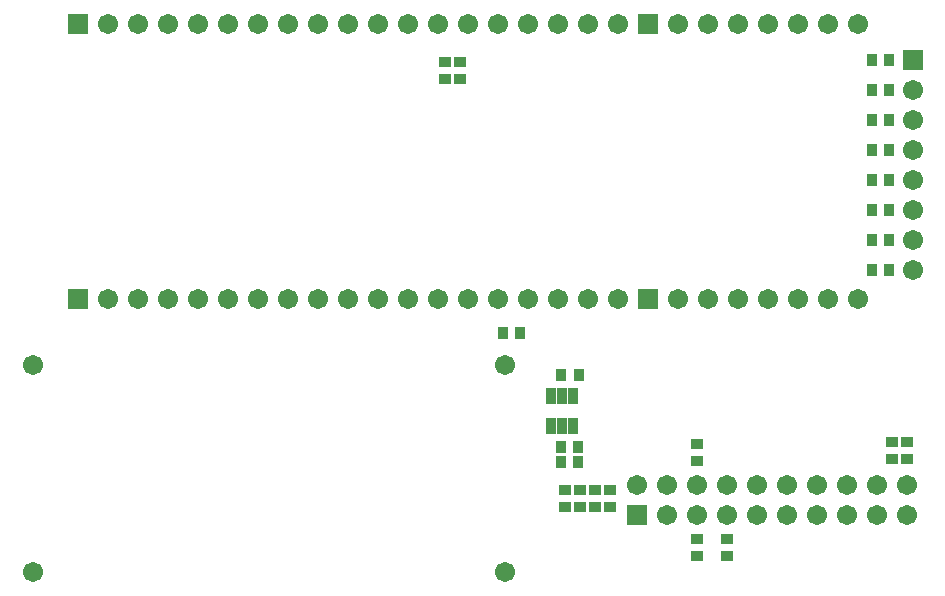
<source format=gts>
G04*
G04 #@! TF.GenerationSoftware,Altium Limited,Altium Designer,20.0.13 (296)*
G04*
G04 Layer_Color=8388736*
%FSLAX25Y25*%
%MOIN*%
G70*
G01*
G75*
%ADD18R,0.03300X0.05800*%
%ADD19R,0.03753X0.03950*%
%ADD20R,0.03950X0.03753*%
%ADD21C,0.06706*%
%ADD22R,0.06706X0.06706*%
%ADD23R,0.06706X0.06706*%
D18*
X415250Y283500D02*
D03*
X411450D02*
D03*
Y293500D02*
D03*
X415250D02*
D03*
X407750D02*
D03*
Y283500D02*
D03*
D19*
X411291Y300500D02*
D03*
X417000D02*
D03*
X397500Y314500D02*
D03*
X391791D02*
D03*
X416854Y276500D02*
D03*
X411146D02*
D03*
Y271500D02*
D03*
X416854D02*
D03*
X514791Y405500D02*
D03*
X520500D02*
D03*
Y395500D02*
D03*
X514791D02*
D03*
Y385500D02*
D03*
X520500D02*
D03*
Y375500D02*
D03*
X514791D02*
D03*
Y365500D02*
D03*
X520500D02*
D03*
Y355500D02*
D03*
X514791D02*
D03*
Y345500D02*
D03*
X520500D02*
D03*
Y335500D02*
D03*
X514791D02*
D03*
D20*
X526500Y278209D02*
D03*
Y272500D02*
D03*
X521500Y272646D02*
D03*
Y278354D02*
D03*
X377500Y399146D02*
D03*
Y404854D02*
D03*
X372500Y399146D02*
D03*
Y404854D02*
D03*
X456500Y277709D02*
D03*
Y272000D02*
D03*
X466500Y246000D02*
D03*
Y240291D02*
D03*
X456500Y246000D02*
D03*
Y240291D02*
D03*
X427500Y262354D02*
D03*
Y256646D02*
D03*
X422500Y262354D02*
D03*
Y256646D02*
D03*
X417500Y262354D02*
D03*
Y256646D02*
D03*
X412500Y262354D02*
D03*
Y256646D02*
D03*
D21*
X392500Y235000D02*
D03*
X450000Y417500D02*
D03*
X460000D02*
D03*
X470000D02*
D03*
X480000D02*
D03*
X490000D02*
D03*
X500000D02*
D03*
X510000D02*
D03*
X260000D02*
D03*
X280000D02*
D03*
X290000D02*
D03*
X300000D02*
D03*
X310000D02*
D03*
X320000D02*
D03*
X330000D02*
D03*
X340000D02*
D03*
X270000D02*
D03*
X350000D02*
D03*
X360000D02*
D03*
X370000D02*
D03*
X380000D02*
D03*
X390000Y417500D02*
D03*
X400000Y417500D02*
D03*
X410000D02*
D03*
X420000D02*
D03*
X430000D02*
D03*
X528500Y335500D02*
D03*
Y345500D02*
D03*
Y355500D02*
D03*
Y365500D02*
D03*
Y375500D02*
D03*
Y385500D02*
D03*
Y395500D02*
D03*
X392500Y304000D02*
D03*
X235000Y235000D02*
D03*
Y304000D02*
D03*
X486500Y264000D02*
D03*
Y254000D02*
D03*
X466500Y264000D02*
D03*
Y254000D02*
D03*
X436500Y264000D02*
D03*
X446500Y254000D02*
D03*
Y264000D02*
D03*
X456500Y254000D02*
D03*
Y264000D02*
D03*
X476500D02*
D03*
Y254000D02*
D03*
X496500D02*
D03*
Y264000D02*
D03*
X506500Y254000D02*
D03*
X516500D02*
D03*
X526500D02*
D03*
Y264000D02*
D03*
X516500D02*
D03*
X506500D02*
D03*
X430000Y326000D02*
D03*
X420000D02*
D03*
X410000D02*
D03*
X400000D02*
D03*
X390000Y326000D02*
D03*
X380000Y326000D02*
D03*
X370000D02*
D03*
X360000D02*
D03*
X350000D02*
D03*
X270000D02*
D03*
X340000D02*
D03*
X330000D02*
D03*
X320000D02*
D03*
X310000D02*
D03*
X300000D02*
D03*
X290000D02*
D03*
X280000D02*
D03*
X260000D02*
D03*
X510000D02*
D03*
X500000D02*
D03*
X490000D02*
D03*
X480000D02*
D03*
X470000D02*
D03*
X460000D02*
D03*
X450000D02*
D03*
D22*
X440000Y417500D02*
D03*
X250000D02*
D03*
X436500Y254000D02*
D03*
X250000Y326000D02*
D03*
X440000D02*
D03*
D23*
X528500Y405500D02*
D03*
M02*

</source>
